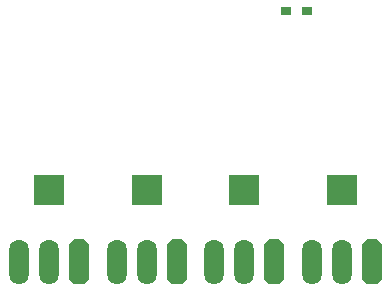
<source format=gbp>
G04*
G04 #@! TF.GenerationSoftware,Altium Limited,Altium Designer,20.0.13 (296)*
G04*
G04 Layer_Color=128*
%FSLAX25Y25*%
%MOIN*%
G70*
G01*
G75*
%ADD24R,0.03500X0.03000*%
%ADD84R,0.10000X0.10000*%
%ADD85O,0.06500X0.15000*%
G04:AMPARAMS|DCode=86|XSize=150mil|YSize=65mil|CornerRadius=0mil|HoleSize=0mil|Usage=FLASHONLY|Rotation=90.000|XOffset=0mil|YOffset=0mil|HoleType=Round|Shape=Octagon|*
%AMOCTAGOND86*
4,1,8,0.01625,0.07500,-0.01625,0.07500,-0.03250,0.05875,-0.03250,-0.05875,-0.01625,-0.07500,0.01625,-0.07500,0.03250,-0.05875,0.03250,0.05875,0.01625,0.07500,0.0*
%
%ADD86OCTAGOND86*%

D24*
X251600Y353500D02*
D03*
X258500D02*
D03*
D84*
X172647Y293994D02*
D03*
X205147D02*
D03*
X270147D02*
D03*
X237647D02*
D03*
D85*
X172647Y269994D02*
D03*
X162647D02*
D03*
X205147D02*
D03*
X195147D02*
D03*
X270147D02*
D03*
X260147D02*
D03*
X237647D02*
D03*
X227647D02*
D03*
D86*
X182647D02*
D03*
X215147D02*
D03*
X280147D02*
D03*
X247647D02*
D03*
M02*

</source>
